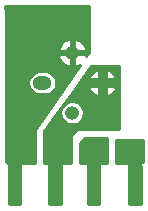
<source format=gtl>
G04 #@! TF.GenerationSoftware,KiCad,Pcbnew,5.0.2+dfsg1-1~bpo9+1*
G04 #@! TF.CreationDate,2019-08-23T02:39:36-04:00*
G04 #@! TF.ProjectId,gassensorholder,67617373-656e-4736-9f72-686f6c646572,rev?*
G04 #@! TF.SameCoordinates,Original*
G04 #@! TF.FileFunction,Copper,L1,Top*
G04 #@! TF.FilePolarity,Positive*
%FSLAX46Y46*%
G04 Gerber Fmt 4.6, Leading zero omitted, Abs format (unit mm)*
G04 Created by KiCad (PCBNEW 5.0.2+dfsg1-1~bpo9+1) date Fri 23 Aug 2019 02:39:36 AM EDT*
%MOMM*%
%LPD*%
G01*
G04 APERTURE LIST*
G04 #@! TA.AperFunction,ComponentPad*
%ADD10O,1.600000X1.200000*%
G04 #@! TD*
G04 #@! TA.AperFunction,ComponentPad*
%ADD11O,1.200000X1.200000*%
G04 #@! TD*
G04 #@! TA.AperFunction,ViaPad*
%ADD12C,0.685800*%
G04 #@! TD*
G04 #@! TA.AperFunction,Conductor*
%ADD13C,0.254000*%
G04 #@! TD*
G04 APERTURE END LIST*
D10*
G04 #@! TO.P,P1,1*
G04 #@! TO.N,/VSenseOUT*
X113284000Y-68072000D03*
D11*
G04 #@! TO.P,P1,2*
G04 #@! TO.N,GND*
X115824000Y-70612000D03*
G04 #@! TO.P,P1,3*
G04 #@! TO.N,+5V*
X118364000Y-68072000D03*
G04 #@! TO.P,P1,4*
G04 #@! TO.N,/VOut+*
X115824000Y-65532000D03*
G04 #@! TD*
D12*
G04 #@! TO.N,GND*
X116840000Y-74168000D03*
X116840000Y-73152000D03*
G04 #@! TO.N,/VOut+*
X110744000Y-73152000D03*
X111760000Y-73152000D03*
X110744000Y-74168000D03*
X111760000Y-74168000D03*
G04 #@! TO.N,+5V*
X113792000Y-73152000D03*
X114808000Y-73152000D03*
X113792000Y-74168000D03*
X114808000Y-74168000D03*
G04 #@! TO.N,GND*
X117856000Y-74168000D03*
X117856000Y-73152000D03*
G04 #@! TO.N,/VSenseOUT*
X120396000Y-73152000D03*
X120396000Y-74168000D03*
X121412000Y-74168000D03*
X121412000Y-73152000D03*
G04 #@! TD*
D13*
G04 #@! TO.N,/VSenseOUT*
G36*
X121796801Y-74796800D02*
X121729992Y-74796800D01*
X121670716Y-74808591D01*
X121603502Y-74853502D01*
X121558591Y-74920716D01*
X121542820Y-75000000D01*
X121558591Y-75079284D01*
X121603502Y-75146498D01*
X121618000Y-75156185D01*
X121618001Y-77486996D01*
X121618000Y-77487001D01*
X121618001Y-78368000D01*
X120632000Y-78368000D01*
X120632000Y-75013000D01*
X120634586Y-75000000D01*
X120624341Y-74948496D01*
X120595167Y-74904833D01*
X120551504Y-74875659D01*
X120513000Y-74868000D01*
X120500000Y-74865414D01*
X120487000Y-74868000D01*
X119507000Y-74868000D01*
X119507000Y-72913533D01*
X121796801Y-72913533D01*
X121796801Y-74796800D01*
X121796801Y-74796800D01*
G37*
X121796801Y-74796800D02*
X121729992Y-74796800D01*
X121670716Y-74808591D01*
X121603502Y-74853502D01*
X121558591Y-74920716D01*
X121542820Y-75000000D01*
X121558591Y-75079284D01*
X121603502Y-75146498D01*
X121618000Y-75156185D01*
X121618001Y-77486996D01*
X121618000Y-77487001D01*
X121618001Y-78368000D01*
X120632000Y-78368000D01*
X120632000Y-75013000D01*
X120634586Y-75000000D01*
X120624341Y-74948496D01*
X120595167Y-74904833D01*
X120551504Y-74875659D01*
X120513000Y-74868000D01*
X120500000Y-74865414D01*
X120487000Y-74868000D01*
X119507000Y-74868000D01*
X119507000Y-72913533D01*
X121796801Y-72913533D01*
X121796801Y-74796800D01*
G04 #@! TO.N,GND*
G36*
X118745000Y-74868000D02*
X118263000Y-74868000D01*
X118250000Y-74865414D01*
X118237000Y-74868000D01*
X118198496Y-74875659D01*
X118154833Y-74904833D01*
X118125659Y-74948496D01*
X118115414Y-75000000D01*
X118118001Y-75013005D01*
X118118000Y-78368000D01*
X117132000Y-78368000D01*
X117132000Y-75013000D01*
X117134586Y-75000000D01*
X117124341Y-74948496D01*
X117095167Y-74904833D01*
X117051504Y-74875659D01*
X117013000Y-74868000D01*
X117000000Y-74865414D01*
X116987000Y-74868000D01*
X116459000Y-74868000D01*
X116459000Y-73204606D01*
X116892606Y-72771000D01*
X118745000Y-72771000D01*
X118745000Y-74868000D01*
X118745000Y-74868000D01*
G37*
X118745000Y-74868000D02*
X118263000Y-74868000D01*
X118250000Y-74865414D01*
X118237000Y-74868000D01*
X118198496Y-74875659D01*
X118154833Y-74904833D01*
X118125659Y-74948496D01*
X118115414Y-75000000D01*
X118118001Y-75013005D01*
X118118000Y-78368000D01*
X117132000Y-78368000D01*
X117132000Y-75013000D01*
X117134586Y-75000000D01*
X117124341Y-74948496D01*
X117095167Y-74904833D01*
X117051504Y-74875659D01*
X117013000Y-74868000D01*
X117000000Y-74865414D01*
X116987000Y-74868000D01*
X116459000Y-74868000D01*
X116459000Y-73204606D01*
X116892606Y-72771000D01*
X118745000Y-72771000D01*
X118745000Y-74868000D01*
G04 #@! TO.N,+5V*
G36*
X119761000Y-69469000D02*
X118364000Y-69469000D01*
X118315399Y-69478667D01*
X118266436Y-69514697D01*
X115726436Y-72562697D01*
X115702749Y-72606222D01*
X115697000Y-72644000D01*
X115697000Y-74868000D01*
X115013000Y-74868000D01*
X115000000Y-74865414D01*
X114987000Y-74868000D01*
X114948496Y-74875659D01*
X114904833Y-74904833D01*
X114875659Y-74948496D01*
X114865414Y-75000000D01*
X114868001Y-75013005D01*
X114868000Y-78296800D01*
X113882000Y-78296800D01*
X113882000Y-75013000D01*
X113884586Y-75000000D01*
X113874341Y-74948496D01*
X113845167Y-74904833D01*
X113801504Y-74875659D01*
X113763000Y-74868000D01*
X113750000Y-74865414D01*
X113737000Y-74868000D01*
X113411000Y-74868000D01*
X113411000Y-72177298D01*
X114549398Y-70612000D01*
X114823782Y-70612000D01*
X114899919Y-70994767D01*
X115116739Y-71319261D01*
X115441233Y-71536081D01*
X115727384Y-71593000D01*
X115920616Y-71593000D01*
X116206767Y-71536081D01*
X116531261Y-71319261D01*
X116748081Y-70994767D01*
X116824218Y-70612000D01*
X116748081Y-70229233D01*
X116531261Y-69904739D01*
X116206767Y-69687919D01*
X115920616Y-69631000D01*
X115727384Y-69631000D01*
X115441233Y-69687919D01*
X115116739Y-69904739D01*
X114899919Y-70229233D01*
X114823782Y-70612000D01*
X114549398Y-70612000D01*
X116044877Y-68555716D01*
X117227671Y-68555716D01*
X117482235Y-68936745D01*
X117880279Y-69208357D01*
X118064000Y-69111287D01*
X118064000Y-68372000D01*
X118664000Y-68372000D01*
X118664000Y-69111287D01*
X118847721Y-69208357D01*
X119245765Y-68936745D01*
X119500329Y-68555716D01*
X119397593Y-68372000D01*
X118664000Y-68372000D01*
X118064000Y-68372000D01*
X117330407Y-68372000D01*
X117227671Y-68555716D01*
X116044877Y-68555716D01*
X116748464Y-67588284D01*
X117227671Y-67588284D01*
X117330407Y-67772000D01*
X118064000Y-67772000D01*
X118064000Y-67032713D01*
X118664000Y-67032713D01*
X118664000Y-67772000D01*
X119397593Y-67772000D01*
X119500329Y-67588284D01*
X119245765Y-67207255D01*
X118847721Y-66935643D01*
X118664000Y-67032713D01*
X118064000Y-67032713D01*
X117880279Y-66935643D01*
X117482235Y-67207255D01*
X117227671Y-67588284D01*
X116748464Y-67588284D01*
X117412671Y-66675000D01*
X119761000Y-66675000D01*
X119761000Y-69469000D01*
X119761000Y-69469000D01*
G37*
X119761000Y-69469000D02*
X118364000Y-69469000D01*
X118315399Y-69478667D01*
X118266436Y-69514697D01*
X115726436Y-72562697D01*
X115702749Y-72606222D01*
X115697000Y-72644000D01*
X115697000Y-74868000D01*
X115013000Y-74868000D01*
X115000000Y-74865414D01*
X114987000Y-74868000D01*
X114948496Y-74875659D01*
X114904833Y-74904833D01*
X114875659Y-74948496D01*
X114865414Y-75000000D01*
X114868001Y-75013005D01*
X114868000Y-78296800D01*
X113882000Y-78296800D01*
X113882000Y-75013000D01*
X113884586Y-75000000D01*
X113874341Y-74948496D01*
X113845167Y-74904833D01*
X113801504Y-74875659D01*
X113763000Y-74868000D01*
X113750000Y-74865414D01*
X113737000Y-74868000D01*
X113411000Y-74868000D01*
X113411000Y-72177298D01*
X114549398Y-70612000D01*
X114823782Y-70612000D01*
X114899919Y-70994767D01*
X115116739Y-71319261D01*
X115441233Y-71536081D01*
X115727384Y-71593000D01*
X115920616Y-71593000D01*
X116206767Y-71536081D01*
X116531261Y-71319261D01*
X116748081Y-70994767D01*
X116824218Y-70612000D01*
X116748081Y-70229233D01*
X116531261Y-69904739D01*
X116206767Y-69687919D01*
X115920616Y-69631000D01*
X115727384Y-69631000D01*
X115441233Y-69687919D01*
X115116739Y-69904739D01*
X114899919Y-70229233D01*
X114823782Y-70612000D01*
X114549398Y-70612000D01*
X116044877Y-68555716D01*
X117227671Y-68555716D01*
X117482235Y-68936745D01*
X117880279Y-69208357D01*
X118064000Y-69111287D01*
X118064000Y-68372000D01*
X118664000Y-68372000D01*
X118664000Y-69111287D01*
X118847721Y-69208357D01*
X119245765Y-68936745D01*
X119500329Y-68555716D01*
X119397593Y-68372000D01*
X118664000Y-68372000D01*
X118064000Y-68372000D01*
X117330407Y-68372000D01*
X117227671Y-68555716D01*
X116044877Y-68555716D01*
X116748464Y-67588284D01*
X117227671Y-67588284D01*
X117330407Y-67772000D01*
X118064000Y-67772000D01*
X118064000Y-67032713D01*
X118664000Y-67032713D01*
X118664000Y-67772000D01*
X119397593Y-67772000D01*
X119500329Y-67588284D01*
X119245765Y-67207255D01*
X118847721Y-66935643D01*
X118664000Y-67032713D01*
X118064000Y-67032713D01*
X117880279Y-66935643D01*
X117482235Y-67207255D01*
X117227671Y-67588284D01*
X116748464Y-67588284D01*
X117412671Y-66675000D01*
X119761000Y-66675000D01*
X119761000Y-69469000D01*
G04 #@! TO.N,/VOut+*
G36*
X117221000Y-65492328D02*
X116996174Y-65817077D01*
X116892731Y-65659000D01*
X115951000Y-65659000D01*
X115951000Y-66601714D01*
X116141611Y-66725472D01*
X116483512Y-66557589D01*
X112671582Y-72063710D01*
X112651866Y-72109172D01*
X112649000Y-72136000D01*
X112649000Y-74868000D01*
X111513000Y-74868000D01*
X111500000Y-74865414D01*
X111487000Y-74868000D01*
X111448496Y-74875659D01*
X111404833Y-74904833D01*
X111375659Y-74948496D01*
X111365414Y-75000000D01*
X111368001Y-75013005D01*
X111368000Y-78296800D01*
X110453200Y-78296800D01*
X110453200Y-75020008D01*
X110457180Y-75000000D01*
X110441409Y-74920716D01*
X110396498Y-74853502D01*
X110329284Y-74808591D01*
X110270008Y-74796800D01*
X110250000Y-74792820D01*
X110229992Y-74796800D01*
X110203200Y-74796800D01*
X110203200Y-68072000D01*
X112083782Y-68072000D01*
X112159919Y-68454767D01*
X112376739Y-68779261D01*
X112701233Y-68996081D01*
X112987384Y-69053000D01*
X113580616Y-69053000D01*
X113866767Y-68996081D01*
X114191261Y-68779261D01*
X114408081Y-68454767D01*
X114484218Y-68072000D01*
X114408081Y-67689233D01*
X114191261Y-67364739D01*
X113866767Y-67147919D01*
X113580616Y-67091000D01*
X112987384Y-67091000D01*
X112701233Y-67147919D01*
X112376739Y-67364739D01*
X112159919Y-67689233D01*
X112083782Y-68072000D01*
X110203200Y-68072000D01*
X110203200Y-65849609D01*
X114630538Y-65849609D01*
X114755503Y-66151327D01*
X115073844Y-66513080D01*
X115506389Y-66725472D01*
X115697000Y-66601714D01*
X115697000Y-65659000D01*
X114755269Y-65659000D01*
X114630538Y-65849609D01*
X110203200Y-65849609D01*
X110203200Y-65214391D01*
X114630538Y-65214391D01*
X114755269Y-65405000D01*
X115697000Y-65405000D01*
X115697000Y-64462286D01*
X115951000Y-64462286D01*
X115951000Y-65405000D01*
X116892731Y-65405000D01*
X117017462Y-65214391D01*
X116892497Y-64912673D01*
X116574156Y-64550920D01*
X116141611Y-64338528D01*
X115951000Y-64462286D01*
X115697000Y-64462286D01*
X115506389Y-64338528D01*
X115073844Y-64550920D01*
X114755503Y-64912673D01*
X114630538Y-65214391D01*
X110203200Y-65214391D01*
X110203200Y-64135000D01*
X117221000Y-64135000D01*
X117221000Y-65492328D01*
X117221000Y-65492328D01*
G37*
X117221000Y-65492328D02*
X116996174Y-65817077D01*
X116892731Y-65659000D01*
X115951000Y-65659000D01*
X115951000Y-66601714D01*
X116141611Y-66725472D01*
X116483512Y-66557589D01*
X112671582Y-72063710D01*
X112651866Y-72109172D01*
X112649000Y-72136000D01*
X112649000Y-74868000D01*
X111513000Y-74868000D01*
X111500000Y-74865414D01*
X111487000Y-74868000D01*
X111448496Y-74875659D01*
X111404833Y-74904833D01*
X111375659Y-74948496D01*
X111365414Y-75000000D01*
X111368001Y-75013005D01*
X111368000Y-78296800D01*
X110453200Y-78296800D01*
X110453200Y-75020008D01*
X110457180Y-75000000D01*
X110441409Y-74920716D01*
X110396498Y-74853502D01*
X110329284Y-74808591D01*
X110270008Y-74796800D01*
X110250000Y-74792820D01*
X110229992Y-74796800D01*
X110203200Y-74796800D01*
X110203200Y-68072000D01*
X112083782Y-68072000D01*
X112159919Y-68454767D01*
X112376739Y-68779261D01*
X112701233Y-68996081D01*
X112987384Y-69053000D01*
X113580616Y-69053000D01*
X113866767Y-68996081D01*
X114191261Y-68779261D01*
X114408081Y-68454767D01*
X114484218Y-68072000D01*
X114408081Y-67689233D01*
X114191261Y-67364739D01*
X113866767Y-67147919D01*
X113580616Y-67091000D01*
X112987384Y-67091000D01*
X112701233Y-67147919D01*
X112376739Y-67364739D01*
X112159919Y-67689233D01*
X112083782Y-68072000D01*
X110203200Y-68072000D01*
X110203200Y-65849609D01*
X114630538Y-65849609D01*
X114755503Y-66151327D01*
X115073844Y-66513080D01*
X115506389Y-66725472D01*
X115697000Y-66601714D01*
X115697000Y-65659000D01*
X114755269Y-65659000D01*
X114630538Y-65849609D01*
X110203200Y-65849609D01*
X110203200Y-65214391D01*
X114630538Y-65214391D01*
X114755269Y-65405000D01*
X115697000Y-65405000D01*
X115697000Y-64462286D01*
X115951000Y-64462286D01*
X115951000Y-65405000D01*
X116892731Y-65405000D01*
X117017462Y-65214391D01*
X116892497Y-64912673D01*
X116574156Y-64550920D01*
X116141611Y-64338528D01*
X115951000Y-64462286D01*
X115697000Y-64462286D01*
X115506389Y-64338528D01*
X115073844Y-64550920D01*
X114755503Y-64912673D01*
X114630538Y-65214391D01*
X110203200Y-65214391D01*
X110203200Y-64135000D01*
X117221000Y-64135000D01*
X117221000Y-65492328D01*
G36*
X117221000Y-65386943D02*
X116929942Y-65348135D01*
X117017462Y-65214391D01*
X116892497Y-64912673D01*
X116574156Y-64550920D01*
X116141611Y-64338528D01*
X115951000Y-64462286D01*
X115951000Y-65217610D01*
X115697000Y-65183743D01*
X115697000Y-64462286D01*
X115506389Y-64338528D01*
X115073844Y-64550920D01*
X114755503Y-64912673D01*
X114698379Y-65050593D01*
X110203200Y-64451236D01*
X110203200Y-61979992D01*
X110191409Y-61920716D01*
X110146498Y-61853502D01*
X110132000Y-61843815D01*
X110132000Y-61595000D01*
X117221000Y-61595000D01*
X117221000Y-65386943D01*
X117221000Y-65386943D01*
G37*
X117221000Y-65386943D02*
X116929942Y-65348135D01*
X117017462Y-65214391D01*
X116892497Y-64912673D01*
X116574156Y-64550920D01*
X116141611Y-64338528D01*
X115951000Y-64462286D01*
X115951000Y-65217610D01*
X115697000Y-65183743D01*
X115697000Y-64462286D01*
X115506389Y-64338528D01*
X115073844Y-64550920D01*
X114755503Y-64912673D01*
X114698379Y-65050593D01*
X110203200Y-64451236D01*
X110203200Y-61979992D01*
X110191409Y-61920716D01*
X110146498Y-61853502D01*
X110132000Y-61843815D01*
X110132000Y-61595000D01*
X117221000Y-61595000D01*
X117221000Y-65386943D01*
G04 #@! TO.N,+5V*
G36*
X118664000Y-67772000D02*
X119397593Y-67772000D01*
X119500329Y-67588284D01*
X119422640Y-67472000D01*
X119761000Y-67472000D01*
X119761000Y-72009000D01*
X115994692Y-72009000D01*
X116132113Y-71550931D01*
X116206767Y-71536081D01*
X116531261Y-71319261D01*
X116748081Y-70994767D01*
X116824218Y-70612000D01*
X116748081Y-70229233D01*
X116596624Y-70002561D01*
X117129000Y-68227974D01*
X117129000Y-69945002D01*
X117764000Y-69945002D01*
X117764000Y-69129012D01*
X117880279Y-69208357D01*
X118064000Y-69111287D01*
X118064000Y-68372000D01*
X118664000Y-68372000D01*
X118664000Y-69111287D01*
X118847721Y-69208357D01*
X119245765Y-68936745D01*
X119500329Y-68555716D01*
X119397593Y-68372000D01*
X118664000Y-68372000D01*
X118064000Y-68372000D01*
X117764000Y-68372000D01*
X117764000Y-67772000D01*
X118064000Y-67772000D01*
X118064000Y-67472000D01*
X118664000Y-67472000D01*
X118664000Y-67772000D01*
X118664000Y-67772000D01*
G37*
X118664000Y-67772000D02*
X119397593Y-67772000D01*
X119500329Y-67588284D01*
X119422640Y-67472000D01*
X119761000Y-67472000D01*
X119761000Y-72009000D01*
X115994692Y-72009000D01*
X116132113Y-71550931D01*
X116206767Y-71536081D01*
X116531261Y-71319261D01*
X116748081Y-70994767D01*
X116824218Y-70612000D01*
X116748081Y-70229233D01*
X116596624Y-70002561D01*
X117129000Y-68227974D01*
X117129000Y-69945002D01*
X117764000Y-69945002D01*
X117764000Y-69129012D01*
X117880279Y-69208357D01*
X118064000Y-69111287D01*
X118064000Y-68372000D01*
X118664000Y-68372000D01*
X118664000Y-69111287D01*
X118847721Y-69208357D01*
X119245765Y-68936745D01*
X119500329Y-68555716D01*
X119397593Y-68372000D01*
X118664000Y-68372000D01*
X118064000Y-68372000D01*
X117764000Y-68372000D01*
X117764000Y-67772000D01*
X118064000Y-67772000D01*
X118064000Y-67472000D01*
X118664000Y-67472000D01*
X118664000Y-67772000D01*
G04 #@! TD*
M02*

</source>
